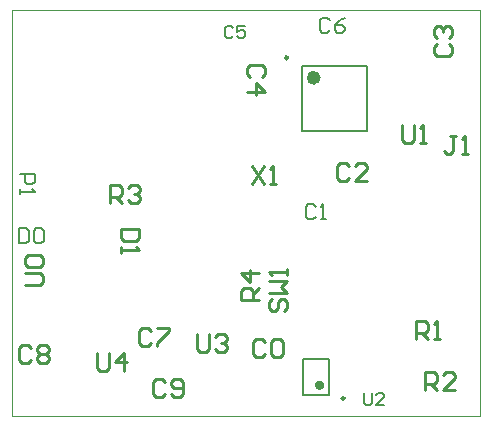
<source format=gto>
G04 Layer_Color=65535*
%FSLAX24Y24*%
%MOIN*%
G70*
G01*
G75*
%ADD23C,0.0100*%
%ADD24C,0.0098*%
%ADD26C,0.0005*%
%ADD35C,0.0236*%
%ADD36C,0.0157*%
%ADD37C,0.0079*%
%ADD38C,0.0080*%
D23*
X4930Y3930D02*
Y3430D01*
X5030Y3330D01*
X5230D01*
X5330Y3430D01*
Y3930D01*
X5830Y3330D02*
Y3930D01*
X5530Y3630D01*
X5930D01*
X7170Y2960D02*
X7070Y3060D01*
X6870D01*
X6770Y2960D01*
Y2560D01*
X6870Y2460D01*
X7070D01*
X7170Y2560D01*
X7370D02*
X7470Y2460D01*
X7670D01*
X7770Y2560D01*
Y2960D01*
X7670Y3060D01*
X7470D01*
X7370Y2960D01*
Y2860D01*
X7470Y2760D01*
X7770D01*
X2730Y4100D02*
X2630Y4200D01*
X2430D01*
X2330Y4100D01*
Y3700D01*
X2430Y3600D01*
X2630D01*
X2730Y3700D01*
X2930Y4100D02*
X3030Y4200D01*
X3230D01*
X3330Y4100D01*
Y4000D01*
X3230Y3900D01*
X3330Y3800D01*
Y3700D01*
X3230Y3600D01*
X3030D01*
X2930Y3700D01*
Y3800D01*
X3030Y3900D01*
X2930Y4000D01*
Y4100D01*
X3030Y3900D02*
X3230D01*
X6730Y4674D02*
X6630Y4774D01*
X6430D01*
X6330Y4674D01*
Y4274D01*
X6430Y4174D01*
X6630D01*
X6730Y4274D01*
X6930Y4774D02*
X7330D01*
Y4674D01*
X6930Y4274D01*
Y4174D01*
X15100Y11540D02*
Y11040D01*
X15200Y10940D01*
X15400D01*
X15500Y11040D01*
Y11540D01*
X15700Y10940D02*
X15900D01*
X15800D01*
Y11540D01*
X15700Y11440D01*
X10070Y10170D02*
X10470Y9570D01*
Y10170D02*
X10070Y9570D01*
X10670D02*
X10870D01*
X10770D01*
Y10170D01*
X10670Y10070D01*
X16880Y11160D02*
X16680D01*
X16780D01*
Y10660D01*
X16680Y10560D01*
X16580D01*
X16480Y10660D01*
X17080Y10560D02*
X17280D01*
X17180D01*
Y11160D01*
X17080Y11060D01*
X8260Y4560D02*
Y4060D01*
X8360Y3960D01*
X8560D01*
X8660Y4060D01*
Y4560D01*
X8860Y4460D02*
X8960Y4560D01*
X9160D01*
X9260Y4460D01*
Y4360D01*
X9160Y4260D01*
X9060D01*
X9160D01*
X9260Y4160D01*
Y4060D01*
X9160Y3960D01*
X8960D01*
X8860Y4060D01*
X2530Y6190D02*
X3030D01*
X3130Y6290D01*
Y6490D01*
X3030Y6590D01*
X2530D01*
X2630Y6790D02*
X2530Y6890D01*
Y7090D01*
X2630Y7190D01*
X3030D01*
X3130Y7090D01*
Y6890D01*
X3030Y6790D01*
X2630D01*
X10760Y5730D02*
X10660Y5630D01*
Y5430D01*
X10760Y5330D01*
X10860D01*
X10960Y5430D01*
Y5630D01*
X11060Y5730D01*
X11160D01*
X11260Y5630D01*
Y5430D01*
X11160Y5330D01*
X10660Y5930D02*
X11260D01*
X11060Y6130D01*
X11260Y6330D01*
X10660D01*
X11260Y6530D02*
Y6730D01*
Y6630D01*
X10660D01*
X10760Y6530D01*
X10310Y5690D02*
X9710D01*
Y5990D01*
X9810Y6090D01*
X10010D01*
X10110Y5990D01*
Y5690D01*
Y5890D02*
X10310Y6090D01*
Y6590D02*
X9710D01*
X10010Y6290D01*
Y6690D01*
X5350Y8940D02*
Y9540D01*
X5650D01*
X5750Y9440D01*
Y9240D01*
X5650Y9140D01*
X5350D01*
X5550D02*
X5750Y8940D01*
X5950Y9440D02*
X6050Y9540D01*
X6250D01*
X6350Y9440D01*
Y9340D01*
X6250Y9240D01*
X6150D01*
X6250D01*
X6350Y9140D01*
Y9040D01*
X6250Y8940D01*
X6050D01*
X5950Y9040D01*
X15860Y2700D02*
Y3300D01*
X16160D01*
X16260Y3200D01*
Y3000D01*
X16160Y2900D01*
X15860D01*
X16060D02*
X16260Y2700D01*
X16860D02*
X16460D01*
X16860Y3100D01*
Y3200D01*
X16760Y3300D01*
X16560D01*
X16460Y3200D01*
X15550Y4410D02*
Y5010D01*
X15850D01*
X15950Y4910D01*
Y4710D01*
X15850Y4610D01*
X15550D01*
X15750D02*
X15950Y4410D01*
X16150D02*
X16350D01*
X16250D01*
Y5010D01*
X16150Y4910D01*
X10520Y4290D02*
X10420Y4390D01*
X10220D01*
X10120Y4290D01*
Y3890D01*
X10220Y3790D01*
X10420D01*
X10520Y3890D01*
X10720Y4290D02*
X10820Y4390D01*
X11020D01*
X11120Y4290D01*
Y3890D01*
X11020Y3790D01*
X10820D01*
X10720Y3890D01*
Y4290D01*
X13320Y10150D02*
X13220Y10250D01*
X13020D01*
X12920Y10150D01*
Y9750D01*
X13020Y9650D01*
X13220D01*
X13320Y9750D01*
X13920Y9650D02*
X13520D01*
X13920Y10050D01*
Y10150D01*
X13820Y10250D01*
X13620D01*
X13520Y10150D01*
X16240Y14240D02*
X16140Y14140D01*
Y13940D01*
X16240Y13840D01*
X16640D01*
X16740Y13940D01*
Y14140D01*
X16640Y14240D01*
X16240Y14440D02*
X16140Y14540D01*
Y14740D01*
X16240Y14840D01*
X16340D01*
X16440Y14740D01*
Y14640D01*
Y14740D01*
X16540Y14840D01*
X16640D01*
X16740Y14740D01*
Y14540D01*
X16640Y14440D01*
X10410Y13120D02*
X10510Y13220D01*
Y13420D01*
X10410Y13520D01*
X10010D01*
X9910Y13420D01*
Y13220D01*
X10010Y13120D01*
X9910Y12620D02*
X10510D01*
X10210Y12920D01*
Y12520D01*
X6310Y8060D02*
X5710D01*
Y7760D01*
X5810Y7660D01*
X6210D01*
X6310Y7760D01*
Y8060D01*
X5710Y7460D02*
Y7260D01*
Y7360D01*
X6310D01*
X6210Y7460D01*
D24*
X11285Y13778D02*
G03*
X11285Y13778I-49J0D01*
G01*
X13175Y2421D02*
G03*
X13175Y2421I-49J0D01*
G01*
D26*
X2080Y15360D02*
X17700D01*
Y1840D02*
Y15360D01*
X2080Y1840D02*
X17700D01*
X2080D02*
Y15360D01*
D35*
X12259Y13109D02*
G03*
X12259Y13109I-118J0D01*
G01*
D36*
X12417Y2854D02*
G03*
X12417Y2854I-79J0D01*
G01*
D37*
X11747Y11337D02*
Y13503D01*
X13913Y11337D02*
Y13503D01*
X11747D02*
X13913D01*
X11747Y11337D02*
X13913D01*
X11787Y3721D02*
X12653D01*
X11787Y2539D02*
X12653D01*
X11787D02*
Y3721D01*
X12653Y2539D02*
Y3721D01*
D38*
X2340Y9890D02*
X2840D01*
Y9640D01*
X2757Y9557D01*
X2590D01*
X2507Y9640D01*
Y9890D01*
X2340Y9390D02*
Y9224D01*
Y9307D01*
X2840D01*
X2757Y9390D01*
X2310Y8090D02*
Y7590D01*
X2560D01*
X2643Y7673D01*
Y8007D01*
X2560Y8090D01*
X2310D01*
X2810Y8007D02*
X2893Y8090D01*
X3060D01*
X3143Y8007D01*
Y7673D01*
X3060Y7590D01*
X2893D01*
X2810Y7673D01*
Y8007D01*
X13820Y2610D02*
Y2277D01*
X13887Y2210D01*
X14020D01*
X14087Y2277D01*
Y2610D01*
X14486Y2210D02*
X14220D01*
X14486Y2477D01*
Y2543D01*
X14420Y2610D01*
X14287D01*
X14220Y2543D01*
X12213Y8807D02*
X12130Y8890D01*
X11963D01*
X11880Y8807D01*
Y8473D01*
X11963Y8390D01*
X12130D01*
X12213Y8473D01*
X12380Y8390D02*
X12546D01*
X12463D01*
Y8890D01*
X12380Y8807D01*
X9447Y14763D02*
X9380Y14830D01*
X9247D01*
X9180Y14763D01*
Y14497D01*
X9247Y14430D01*
X9380D01*
X9447Y14497D01*
X9846Y14830D02*
X9580D01*
Y14630D01*
X9713Y14697D01*
X9780D01*
X9846Y14630D01*
Y14497D01*
X9780Y14430D01*
X9647D01*
X9580Y14497D01*
X12673Y15017D02*
X12590Y15100D01*
X12423D01*
X12340Y15017D01*
Y14683D01*
X12423Y14600D01*
X12590D01*
X12673Y14683D01*
X13173Y15100D02*
X13006Y15017D01*
X12840Y14850D01*
Y14683D01*
X12923Y14600D01*
X13090D01*
X13173Y14683D01*
Y14767D01*
X13090Y14850D01*
X12840D01*
M02*

</source>
